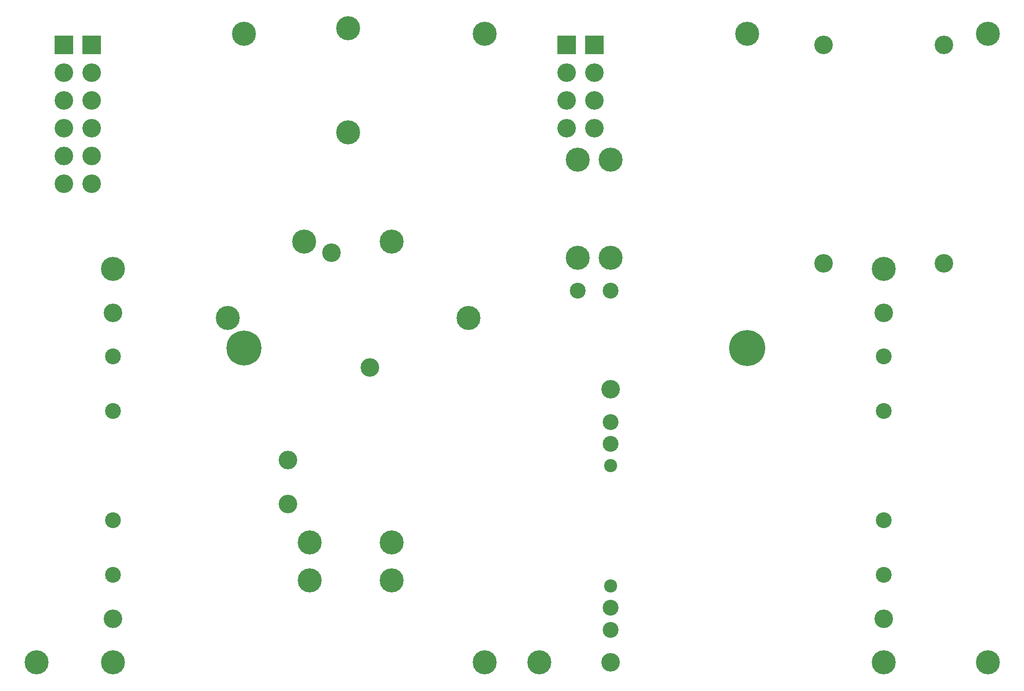
<source format=gbs>
G04 #@! TF.FileFunction,Soldermask,Bot*
%FSLAX46Y46*%
G04 Gerber Fmt 4.6, Leading zero omitted, Abs format (unit mm)*
G04 Created by KiCad (PCBNEW 4.0.0-stable) date Tuesday, December 22, 2015 'PMt' 11:05:09 PM*
%MOMM*%
G01*
G04 APERTURE LIST*
%ADD10C,0.100000*%
%ADD11C,3.400000*%
%ADD12C,2.900000*%
%ADD13C,2.400000*%
%ADD14C,4.400000*%
%ADD15R,3.400000X3.400000*%
%ADD16C,6.600000*%
%ADD17C,6.400000*%
G04 APERTURE END LIST*
D10*
D11*
X154000000Y-149000000D03*
X154000000Y-99000000D03*
D12*
X154000000Y-143000000D03*
X154000000Y-139000000D03*
D13*
X154000000Y-135000000D03*
D12*
X154000000Y-105000000D03*
D13*
X154000000Y-113000000D03*
D12*
X154000000Y-109000000D03*
D14*
X114000000Y-127000000D03*
X114000000Y-134000000D03*
D11*
X95000000Y-120000000D03*
X95000000Y-112000000D03*
D14*
X99000000Y-127000000D03*
X99000000Y-134000000D03*
D15*
X146000000Y-36000000D03*
D11*
X146000000Y-41080000D03*
X146000000Y-46160000D03*
X146000000Y-51240000D03*
D15*
X151080000Y-36000000D03*
D11*
X151080000Y-41080000D03*
X151080000Y-46160000D03*
X151080000Y-51240000D03*
D15*
X54000000Y-36000000D03*
D11*
X54000000Y-41080000D03*
X54000000Y-46160000D03*
X54000000Y-51240000D03*
X54000000Y-56320000D03*
X54000000Y-61400000D03*
D15*
X59080000Y-36000000D03*
D11*
X59080000Y-41080000D03*
X59080000Y-46160000D03*
X59080000Y-51240000D03*
X59080000Y-56320000D03*
X59080000Y-61400000D03*
D16*
X179000000Y-91500000D03*
D14*
X87000000Y-34000000D03*
D17*
X87000000Y-91500000D03*
D14*
X179000000Y-34000000D03*
X141000000Y-149000000D03*
X223000000Y-149000000D03*
X131000000Y-34000000D03*
X49000000Y-149000000D03*
X223000000Y-34000000D03*
X131000000Y-149000000D03*
X154000000Y-75000000D03*
X148000000Y-57000000D03*
X148000000Y-75000000D03*
D12*
X148000000Y-81000000D03*
X154000000Y-81000000D03*
D14*
X154000000Y-57000000D03*
X114000000Y-72000000D03*
X128000000Y-86000000D03*
X84000000Y-86000000D03*
X98000000Y-72000000D03*
X106000000Y-33000000D03*
D11*
X103000000Y-74000000D03*
X110000000Y-95000000D03*
D14*
X106000000Y-52000000D03*
D11*
X215000000Y-36000000D03*
X215000000Y-76000000D03*
X193000000Y-76000000D03*
X193000000Y-36000000D03*
D14*
X204000000Y-149000000D03*
X204000000Y-77000000D03*
D12*
X204000000Y-133000000D03*
D11*
X204000000Y-141000000D03*
D12*
X204000000Y-93000000D03*
D11*
X204000000Y-85000000D03*
D12*
X204000000Y-123000000D03*
X204000000Y-103000000D03*
D14*
X63000000Y-149000000D03*
X63000000Y-77000000D03*
D12*
X63000000Y-133000000D03*
D11*
X63000000Y-141000000D03*
D12*
X63000000Y-93000000D03*
D11*
X63000000Y-85000000D03*
D12*
X63000000Y-123000000D03*
X63000000Y-103000000D03*
M02*

</source>
